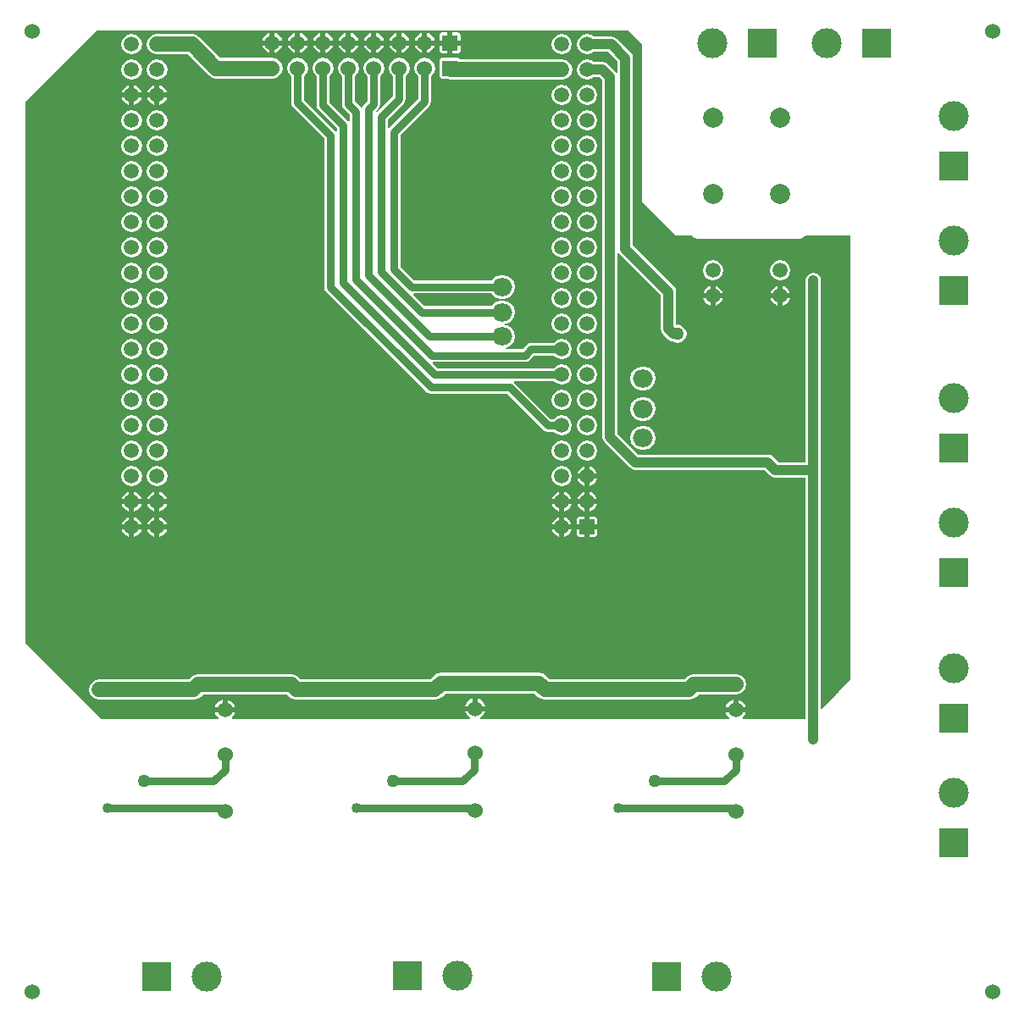
<source format=gbr>
G04 Layer_Physical_Order=2*
G04 Layer_Color=16711680*
%FSLAX26Y26*%
%MOIN*%
%TF.FileFunction,Copper,L2,Bot,Signal*%
%TF.Part,Single*%
G01*
G75*
%TA.AperFunction,Conductor*%
%ADD18C,0.060000*%
%ADD20C,0.030000*%
%ADD22C,0.040000*%
%TA.AperFunction,ComponentPad*%
%ADD27R,0.060000X0.060000*%
%ADD28C,0.060000*%
%ADD29C,0.078740*%
%ADD30C,0.059055*%
%ADD31R,0.118110X0.118110*%
%ADD32C,0.118110*%
%ADD33R,0.118110X0.118110*%
%TA.AperFunction,ViaPad*%
%ADD34O,0.078740X0.070866*%
%TA.AperFunction,WasherPad*%
%ADD35C,0.060000*%
%TA.AperFunction,ComponentPad*%
%ADD36R,0.059055X0.059055*%
%TA.AperFunction,ViaPad*%
%ADD37C,0.025000*%
%ADD38C,0.050000*%
%ADD39C,0.035000*%
%ADD40C,0.040000*%
G36*
X2400000Y3730000D02*
X2400000Y3109999D01*
X2533079Y2976920D01*
X2596450Y2976920D01*
X2599207Y2974164D01*
X2600558Y2973604D01*
X2601448Y2972444D01*
X2608185Y2968554D01*
X2609635Y2968363D01*
X2610796Y2967473D01*
X2618309Y2965460D01*
X2619759Y2965651D01*
X2621111Y2965091D01*
X3018889D01*
X3020241Y2965651D01*
X3021691Y2965460D01*
X3029204Y2967473D01*
X3030365Y2968363D01*
X3031815Y2968554D01*
X3038552Y2972444D01*
X3039442Y2973604D01*
X3040793Y2974164D01*
X3043551Y2976922D01*
X3220001Y2976922D01*
X3220000Y1230000D01*
X3110238Y1112669D01*
X3105588Y1114505D01*
Y2055000D01*
Y2800000D01*
X3103259Y2811705D01*
X3096629Y2821629D01*
X3086705Y2828259D01*
X3075000Y2830588D01*
X3063295Y2828259D01*
X3053371Y2821629D01*
X3046741Y2811705D01*
X3044412Y2800000D01*
Y2085588D01*
X2937670D01*
X2916629Y2106629D01*
X2906705Y2113259D01*
X2895000Y2115588D01*
X2387670D01*
X2305588Y2197670D01*
Y2906020D01*
X2310588Y2907537D01*
X2313371Y2903371D01*
X2474412Y2742330D01*
Y2610000D01*
X2476741Y2598295D01*
X2483371Y2588371D01*
X2503371Y2568372D01*
X2503371Y2568371D01*
X2513295Y2561741D01*
X2521838Y2560041D01*
X2526344Y2557031D01*
X2540000Y2554314D01*
X2553656Y2557031D01*
X2565234Y2564766D01*
X2572969Y2576344D01*
X2575686Y2590000D01*
X2572969Y2603656D01*
X2565234Y2615234D01*
X2553656Y2622969D01*
X2540000Y2625686D01*
X2539453Y2625577D01*
X2535588Y2628749D01*
Y2755000D01*
X2533259Y2766705D01*
X2526629Y2776629D01*
X2365588Y2937670D01*
Y3675000D01*
X2363259Y3686705D01*
X2356629Y3696629D01*
X2356628Y3696629D01*
X2301629Y3751629D01*
X2291705Y3758259D01*
X2280000Y3760588D01*
X2210370D01*
X2200423Y3767234D01*
X2185000Y3770302D01*
X2169577Y3767234D01*
X2156502Y3758498D01*
X2147766Y3745423D01*
X2144698Y3730000D01*
X2147766Y3714577D01*
X2156502Y3701502D01*
X2169577Y3692766D01*
X2185000Y3689698D01*
X2200423Y3692766D01*
X2210370Y3699412D01*
X2267330D01*
X2304412Y3662330D01*
Y3618980D01*
X2299412Y3617463D01*
X2296629Y3621629D01*
X2266629Y3651629D01*
X2256705Y3658259D01*
X2245000Y3660588D01*
X2210370D01*
X2200423Y3667234D01*
X2185000Y3670302D01*
X2169577Y3667234D01*
X2156502Y3658498D01*
X2147766Y3645423D01*
X2144698Y3630000D01*
X2147766Y3614577D01*
X2156502Y3601502D01*
X2169577Y3592766D01*
X2185000Y3589698D01*
X2200423Y3592766D01*
X2210370Y3599412D01*
X2232330D01*
X2244412Y3587330D01*
Y2185000D01*
X2246741Y2173295D01*
X2253371Y2163371D01*
X2353371Y2063372D01*
X2353371Y2063371D01*
X2363295Y2056741D01*
X2375000Y2054412D01*
X2375001Y2054412D01*
X2882330D01*
X2903371Y2033371D01*
X2913295Y2026741D01*
X2925000Y2024412D01*
X3044412D01*
Y1075000D01*
X2797345D01*
X2795894Y1079785D01*
X2798838Y1081752D01*
X2807679Y1094983D01*
X2808794Y1100591D01*
X2770000D01*
X2731206D01*
X2732321Y1094983D01*
X2741162Y1081752D01*
X2744106Y1079785D01*
X2742655Y1075000D01*
X1764620D01*
X1763103Y1080000D01*
X1773208Y1086752D01*
X1782049Y1099983D01*
X1783164Y1105591D01*
X1744370D01*
X1705576D01*
X1706691Y1099983D01*
X1715532Y1086752D01*
X1725637Y1080000D01*
X1724120Y1075000D01*
X787345D01*
X785894Y1079785D01*
X788838Y1081752D01*
X797679Y1094983D01*
X798794Y1100591D01*
X760000D01*
X721206D01*
X722321Y1094983D01*
X731162Y1081752D01*
X734106Y1079785D01*
X732655Y1075000D01*
X275000D01*
X-25000Y1375000D01*
X-25000Y3505000D01*
X255000Y3785000D01*
X2344999D01*
X2400000Y3730000D01*
D02*
G37*
%LPC*%
G36*
X2408937Y2341323D02*
X2401063D01*
X2383336Y2337797D01*
X2368307Y2327755D01*
X2358266Y2312727D01*
X2354740Y2295000D01*
X2358266Y2277273D01*
X2368307Y2262245D01*
X2383336Y2252203D01*
X2401063Y2248677D01*
X2408937D01*
X2426664Y2252203D01*
X2441693Y2262245D01*
X2451734Y2277273D01*
X2455260Y2295000D01*
X2451734Y2312727D01*
X2441693Y2327755D01*
X2426664Y2337797D01*
X2408937Y2341323D01*
D02*
G37*
G36*
X2185000Y2270302D02*
X2169577Y2267234D01*
X2156502Y2258498D01*
X2147766Y2245423D01*
X2144698Y2230000D01*
X2147766Y2214577D01*
X2156502Y2201502D01*
X2169577Y2192766D01*
X2185000Y2189698D01*
X2200423Y2192766D01*
X2213498Y2201502D01*
X2222234Y2214577D01*
X2225302Y2230000D01*
X2222234Y2245423D01*
X2213498Y2258498D01*
X2200423Y2267234D01*
X2185000Y2270302D01*
D02*
G37*
G36*
X392087D02*
X376664Y2267234D01*
X363589Y2258498D01*
X354853Y2245423D01*
X351785Y2230000D01*
X354853Y2214577D01*
X363589Y2201502D01*
X376664Y2192766D01*
X392087Y2189698D01*
X407510Y2192766D01*
X420584Y2201502D01*
X429321Y2214577D01*
X432389Y2230000D01*
X429321Y2245423D01*
X420584Y2258498D01*
X407510Y2267234D01*
X392087Y2270302D01*
D02*
G37*
G36*
X492087D02*
X476664Y2267234D01*
X463589Y2258498D01*
X454853Y2245423D01*
X451785Y2230000D01*
X454853Y2214577D01*
X463589Y2201502D01*
X476664Y2192766D01*
X492087Y2189698D01*
X507510Y2192766D01*
X520584Y2201502D01*
X529321Y2214577D01*
X532389Y2230000D01*
X529321Y2245423D01*
X520584Y2258498D01*
X507510Y2267234D01*
X492087Y2270302D01*
D02*
G37*
G36*
X2185000Y2370302D02*
X2169577Y2367234D01*
X2156502Y2358498D01*
X2147766Y2345423D01*
X2144698Y2330000D01*
X2147766Y2314577D01*
X2156502Y2301502D01*
X2169577Y2292766D01*
X2185000Y2289698D01*
X2200423Y2292766D01*
X2213498Y2301502D01*
X2222234Y2314577D01*
X2225302Y2330000D01*
X2222234Y2345423D01*
X2213498Y2358498D01*
X2200423Y2367234D01*
X2185000Y2370302D01*
D02*
G37*
G36*
X2408937Y2461323D02*
X2401063D01*
X2383336Y2457797D01*
X2368307Y2447755D01*
X2358266Y2432727D01*
X2354740Y2415000D01*
X2358266Y2397273D01*
X2368307Y2382245D01*
X2383336Y2372203D01*
X2401063Y2368677D01*
X2408937D01*
X2426664Y2372203D01*
X2441693Y2382245D01*
X2451734Y2397273D01*
X2455260Y2415000D01*
X2451734Y2432727D01*
X2441693Y2447755D01*
X2426664Y2457797D01*
X2408937Y2461323D01*
D02*
G37*
G36*
X2085000Y2370302D02*
X2069577Y2367234D01*
X2056502Y2358498D01*
X2047766Y2345423D01*
X2044698Y2330000D01*
X2047766Y2314577D01*
X2056502Y2301502D01*
X2069577Y2292766D01*
X2085000Y2289698D01*
X2100423Y2292766D01*
X2113498Y2301502D01*
X2122234Y2314577D01*
X2125302Y2330000D01*
X2122234Y2345423D01*
X2113498Y2358498D01*
X2100423Y2367234D01*
X2085000Y2370302D01*
D02*
G37*
G36*
X392087D02*
X376664Y2367234D01*
X363589Y2358498D01*
X354853Y2345423D01*
X351785Y2330000D01*
X354853Y2314577D01*
X363589Y2301502D01*
X376664Y2292766D01*
X392087Y2289698D01*
X407510Y2292766D01*
X420584Y2301502D01*
X429321Y2314577D01*
X432389Y2330000D01*
X429321Y2345423D01*
X420584Y2358498D01*
X407510Y2367234D01*
X392087Y2370302D01*
D02*
G37*
G36*
X492087D02*
X476664Y2367234D01*
X463589Y2358498D01*
X454853Y2345423D01*
X451785Y2330000D01*
X454853Y2314577D01*
X463589Y2301502D01*
X476664Y2292766D01*
X492087Y2289698D01*
X507510Y2292766D01*
X520584Y2301502D01*
X529321Y2314577D01*
X532389Y2330000D01*
X529321Y2345423D01*
X520584Y2358498D01*
X507510Y2367234D01*
X492087Y2370302D01*
D02*
G37*
G36*
X2175000Y2068313D02*
X2169577Y2067234D01*
X2156502Y2058498D01*
X2147766Y2045423D01*
X2146687Y2040000D01*
X2175000D01*
Y2068313D01*
D02*
G37*
G36*
X2195000Y2068313D02*
Y2040000D01*
X2223313D01*
X2222234Y2045423D01*
X2213498Y2058498D01*
X2200423Y2067234D01*
X2195000Y2068313D01*
D02*
G37*
G36*
X2175000Y2020000D02*
X2146687D01*
X2147766Y2014577D01*
X2156502Y2001502D01*
X2169577Y1992766D01*
X2175000Y1991687D01*
Y2020000D01*
D02*
G37*
G36*
X2085000Y2070302D02*
X2069577Y2067234D01*
X2056502Y2058498D01*
X2047766Y2045423D01*
X2044698Y2030000D01*
X2047766Y2014577D01*
X2056502Y2001502D01*
X2069577Y1992766D01*
X2085000Y1989698D01*
X2100423Y1992766D01*
X2113498Y2001502D01*
X2122234Y2014577D01*
X2125302Y2030000D01*
X2122234Y2045423D01*
X2113498Y2058498D01*
X2100423Y2067234D01*
X2085000Y2070302D01*
D02*
G37*
G36*
X2223313Y2020000D02*
X2195000D01*
Y1991687D01*
X2200423Y1992766D01*
X2213498Y2001502D01*
X2222234Y2014577D01*
X2223313Y2020000D01*
D02*
G37*
G36*
X2185000Y2170302D02*
X2169577Y2167234D01*
X2156502Y2158498D01*
X2147766Y2145423D01*
X2144698Y2130000D01*
X2147766Y2114577D01*
X2156502Y2101502D01*
X2169577Y2092766D01*
X2185000Y2089698D01*
X2200423Y2092766D01*
X2213498Y2101502D01*
X2222234Y2114577D01*
X2225302Y2130000D01*
X2222234Y2145423D01*
X2213498Y2158498D01*
X2200423Y2167234D01*
X2185000Y2170302D01*
D02*
G37*
G36*
X2408937Y2226323D02*
X2401063D01*
X2383336Y2222797D01*
X2368307Y2212755D01*
X2358266Y2197727D01*
X2354740Y2180000D01*
X2358266Y2162273D01*
X2368307Y2147245D01*
X2383336Y2137203D01*
X2401063Y2133677D01*
X2408937D01*
X2426664Y2137203D01*
X2441693Y2147245D01*
X2451734Y2162273D01*
X2455260Y2180000D01*
X2451734Y2197727D01*
X2441693Y2212755D01*
X2426664Y2222797D01*
X2408937Y2226323D01*
D02*
G37*
G36*
X2085000Y2170302D02*
X2069577Y2167234D01*
X2056502Y2158498D01*
X2047766Y2145423D01*
X2044698Y2130000D01*
X2047766Y2114577D01*
X2056502Y2101502D01*
X2069577Y2092766D01*
X2085000Y2089698D01*
X2100423Y2092766D01*
X2113498Y2101502D01*
X2122234Y2114577D01*
X2125302Y2130000D01*
X2122234Y2145423D01*
X2113498Y2158498D01*
X2100423Y2167234D01*
X2085000Y2170302D01*
D02*
G37*
G36*
X392087D02*
X376664Y2167234D01*
X363589Y2158498D01*
X354853Y2145423D01*
X351785Y2130000D01*
X354853Y2114577D01*
X363589Y2101502D01*
X376664Y2092766D01*
X392087Y2089698D01*
X407510Y2092766D01*
X420584Y2101502D01*
X429321Y2114577D01*
X432389Y2130000D01*
X429321Y2145423D01*
X420584Y2158498D01*
X407510Y2167234D01*
X392087Y2170302D01*
D02*
G37*
G36*
X492087D02*
X476664Y2167234D01*
X463589Y2158498D01*
X454853Y2145423D01*
X451785Y2130000D01*
X454853Y2114577D01*
X463589Y2101502D01*
X476664Y2092766D01*
X492087Y2089698D01*
X507510Y2092766D01*
X520584Y2101502D01*
X529321Y2114577D01*
X532389Y2130000D01*
X529321Y2145423D01*
X520584Y2158498D01*
X507510Y2167234D01*
X492087Y2170302D01*
D02*
G37*
G36*
X392087Y2470302D02*
X376664Y2467234D01*
X363589Y2458498D01*
X354853Y2445423D01*
X351785Y2430000D01*
X354853Y2414577D01*
X363589Y2401502D01*
X376664Y2392766D01*
X392087Y2389698D01*
X407510Y2392766D01*
X420584Y2401502D01*
X429321Y2414577D01*
X432389Y2430000D01*
X429321Y2445423D01*
X420584Y2458498D01*
X407510Y2467234D01*
X392087Y2470302D01*
D02*
G37*
G36*
X2185000Y2770302D02*
X2169577Y2767234D01*
X2156502Y2758498D01*
X2147766Y2745423D01*
X2144698Y2730000D01*
X2147766Y2714577D01*
X2156502Y2701502D01*
X2169577Y2692766D01*
X2185000Y2689698D01*
X2200423Y2692766D01*
X2213498Y2701502D01*
X2222234Y2714577D01*
X2225302Y2730000D01*
X2222234Y2745423D01*
X2213498Y2758498D01*
X2200423Y2767234D01*
X2185000Y2770302D01*
D02*
G37*
G36*
X2718313Y2730000D02*
X2690000D01*
Y2701687D01*
X2695423Y2702766D01*
X2708498Y2711502D01*
X2717234Y2724577D01*
X2718313Y2730000D01*
D02*
G37*
G36*
X492087Y2770302D02*
X476664Y2767234D01*
X463589Y2758498D01*
X454853Y2745423D01*
X451785Y2730000D01*
X454853Y2714577D01*
X463589Y2701502D01*
X476664Y2692766D01*
X492087Y2689698D01*
X507510Y2692766D01*
X520584Y2701502D01*
X529321Y2714577D01*
X532389Y2730000D01*
X529321Y2745423D01*
X520584Y2758498D01*
X507510Y2767234D01*
X492087Y2770302D01*
D02*
G37*
G36*
X2085000D02*
X2069577Y2767234D01*
X2056502Y2758498D01*
X2047766Y2745423D01*
X2044698Y2730000D01*
X2047766Y2714577D01*
X2056502Y2701502D01*
X2069577Y2692766D01*
X2085000Y2689698D01*
X2100423Y2692766D01*
X2113498Y2701502D01*
X2122234Y2714577D01*
X2125302Y2730000D01*
X2122234Y2745423D01*
X2113498Y2758498D01*
X2100423Y2767234D01*
X2085000Y2770302D01*
D02*
G37*
G36*
X2983313Y2730000D02*
X2955000D01*
Y2701687D01*
X2960423Y2702766D01*
X2973498Y2711502D01*
X2982234Y2724577D01*
X2983313Y2730000D01*
D02*
G37*
G36*
X2670000Y2778313D02*
X2664577Y2777234D01*
X2651502Y2768498D01*
X2642766Y2755423D01*
X2641687Y2750000D01*
X2670000D01*
Y2778313D01*
D02*
G37*
G36*
X2935000D02*
X2929577Y2777234D01*
X2916502Y2768498D01*
X2907766Y2755423D01*
X2906687Y2750000D01*
X2935000D01*
Y2778313D01*
D02*
G37*
G36*
X2670000Y2730000D02*
X2641687D01*
X2642766Y2724577D01*
X2651502Y2711502D01*
X2664577Y2702766D01*
X2670000Y2701687D01*
Y2730000D01*
D02*
G37*
G36*
X2935000D02*
X2906687D01*
X2907766Y2724577D01*
X2916502Y2711502D01*
X2929577Y2702766D01*
X2935000Y2701687D01*
Y2730000D01*
D02*
G37*
G36*
X392087Y2770302D02*
X376664Y2767234D01*
X363589Y2758498D01*
X354853Y2745423D01*
X351785Y2730000D01*
X354853Y2714577D01*
X363589Y2701502D01*
X376664Y2692766D01*
X392087Y2689698D01*
X407510Y2692766D01*
X420584Y2701502D01*
X429321Y2714577D01*
X432389Y2730000D01*
X429321Y2745423D01*
X420584Y2758498D01*
X407510Y2767234D01*
X392087Y2770302D01*
D02*
G37*
G36*
Y2570302D02*
X376664Y2567234D01*
X363589Y2558498D01*
X354853Y2545423D01*
X351785Y2530000D01*
X354853Y2514577D01*
X363589Y2501502D01*
X376664Y2492766D01*
X392087Y2489698D01*
X407510Y2492766D01*
X420584Y2501502D01*
X429321Y2514577D01*
X432389Y2530000D01*
X429321Y2545423D01*
X420584Y2558498D01*
X407510Y2567234D01*
X392087Y2570302D01*
D02*
G37*
G36*
X492087D02*
X476664Y2567234D01*
X463589Y2558498D01*
X454853Y2545423D01*
X451785Y2530000D01*
X454853Y2514577D01*
X463589Y2501502D01*
X476664Y2492766D01*
X492087Y2489698D01*
X507510Y2492766D01*
X520584Y2501502D01*
X529321Y2514577D01*
X532389Y2530000D01*
X529321Y2545423D01*
X520584Y2558498D01*
X507510Y2567234D01*
X492087Y2570302D01*
D02*
G37*
G36*
Y2470302D02*
X476664Y2467234D01*
X463589Y2458498D01*
X454853Y2445423D01*
X451785Y2430000D01*
X454853Y2414577D01*
X463589Y2401502D01*
X476664Y2392766D01*
X492087Y2389698D01*
X507510Y2392766D01*
X520584Y2401502D01*
X529321Y2414577D01*
X532389Y2430000D01*
X529321Y2445423D01*
X520584Y2458498D01*
X507510Y2467234D01*
X492087Y2470302D01*
D02*
G37*
G36*
X2185000D02*
X2169577Y2467234D01*
X2156502Y2458498D01*
X2147766Y2445423D01*
X2144698Y2430000D01*
X2147766Y2414577D01*
X2156502Y2401502D01*
X2169577Y2392766D01*
X2185000Y2389698D01*
X2200423Y2392766D01*
X2213498Y2401502D01*
X2222234Y2414577D01*
X2225302Y2430000D01*
X2222234Y2445423D01*
X2213498Y2458498D01*
X2200423Y2467234D01*
X2185000Y2470302D01*
D02*
G37*
G36*
Y2570302D02*
X2169577Y2567234D01*
X2156502Y2558498D01*
X2147766Y2545423D01*
X2144698Y2530000D01*
X2147766Y2514577D01*
X2156502Y2501502D01*
X2169577Y2492766D01*
X2185000Y2489698D01*
X2200423Y2492766D01*
X2213498Y2501502D01*
X2222234Y2514577D01*
X2225302Y2530000D01*
X2222234Y2545423D01*
X2213498Y2558498D01*
X2200423Y2567234D01*
X2185000Y2570302D01*
D02*
G37*
G36*
X2085000Y2670302D02*
X2069577Y2667234D01*
X2056502Y2658498D01*
X2047766Y2645423D01*
X2044698Y2630000D01*
X2047766Y2614577D01*
X2056502Y2601502D01*
X2069577Y2592766D01*
X2085000Y2589698D01*
X2100423Y2592766D01*
X2113498Y2601502D01*
X2122234Y2614577D01*
X2125302Y2630000D01*
X2122234Y2645423D01*
X2113498Y2658498D01*
X2100423Y2667234D01*
X2085000Y2670302D01*
D02*
G37*
G36*
X2185000D02*
X2169577Y2667234D01*
X2156502Y2658498D01*
X2147766Y2645423D01*
X2144698Y2630000D01*
X2147766Y2614577D01*
X2156502Y2601502D01*
X2169577Y2592766D01*
X2185000Y2589698D01*
X2200423Y2592766D01*
X2213498Y2601502D01*
X2222234Y2614577D01*
X2225302Y2630000D01*
X2222234Y2645423D01*
X2213498Y2658498D01*
X2200423Y2667234D01*
X2185000Y2670302D01*
D02*
G37*
G36*
X392087D02*
X376664Y2667234D01*
X363589Y2658498D01*
X354853Y2645423D01*
X351785Y2630000D01*
X354853Y2614577D01*
X363589Y2601502D01*
X376664Y2592766D01*
X392087Y2589698D01*
X407510Y2592766D01*
X420584Y2601502D01*
X429321Y2614577D01*
X432389Y2630000D01*
X429321Y2645423D01*
X420584Y2658498D01*
X407510Y2667234D01*
X392087Y2670302D01*
D02*
G37*
G36*
X492087D02*
X476664Y2667234D01*
X463589Y2658498D01*
X454853Y2645423D01*
X451785Y2630000D01*
X454853Y2614577D01*
X463589Y2601502D01*
X476664Y2592766D01*
X492087Y2589698D01*
X507510Y2592766D01*
X520584Y2601502D01*
X529321Y2614577D01*
X532389Y2630000D01*
X529321Y2645423D01*
X520584Y2658498D01*
X507510Y2667234D01*
X492087Y2670302D01*
D02*
G37*
G36*
Y2070302D02*
X476664Y2067234D01*
X463589Y2058498D01*
X454853Y2045423D01*
X451785Y2030000D01*
X454853Y2014577D01*
X463589Y2001502D01*
X476664Y1992766D01*
X492087Y1989698D01*
X507510Y1992766D01*
X520584Y2001502D01*
X529321Y2014577D01*
X532389Y2030000D01*
X529321Y2045423D01*
X520584Y2058498D01*
X507510Y2067234D01*
X492087Y2070302D01*
D02*
G37*
G36*
X430399Y1820000D02*
X402087D01*
Y1791687D01*
X407510Y1792766D01*
X420584Y1801502D01*
X429321Y1814577D01*
X430399Y1820000D01*
D02*
G37*
G36*
X530399D02*
X502087D01*
Y1791687D01*
X507510Y1792766D01*
X520584Y1801502D01*
X529321Y1814577D01*
X530399Y1820000D01*
D02*
G37*
G36*
X2075000D02*
X2046687D01*
X2047766Y1814577D01*
X2056502Y1801502D01*
X2069577Y1792766D01*
X2075000Y1791687D01*
Y1820000D01*
D02*
G37*
G36*
X482087D02*
X453774D01*
X454853Y1814577D01*
X463589Y1801502D01*
X476664Y1792766D01*
X482087Y1791687D01*
Y1820000D01*
D02*
G37*
G36*
X2123313D02*
X2095000D01*
Y1791687D01*
X2100423Y1792766D01*
X2113498Y1801502D01*
X2122234Y1814577D01*
X2123313Y1820000D01*
D02*
G37*
G36*
X2075000Y1868313D02*
X2069577Y1867234D01*
X2056502Y1858498D01*
X2047766Y1845423D01*
X2046687Y1840000D01*
X2075000D01*
Y1868313D01*
D02*
G37*
G36*
X2095000Y1868313D02*
Y1840000D01*
X2123313D01*
X2122234Y1845423D01*
X2113498Y1858498D01*
X2100423Y1867234D01*
X2095000Y1868313D01*
D02*
G37*
G36*
X482087D02*
X476664Y1867234D01*
X463589Y1858498D01*
X454853Y1845423D01*
X453774Y1840000D01*
X482087D01*
Y1868313D01*
D02*
G37*
G36*
X2175000Y1870351D02*
X2155472D01*
X2147819Y1867181D01*
X2144649Y1859527D01*
Y1840000D01*
X2175000D01*
Y1870351D01*
D02*
G37*
G36*
X382087Y1868313D02*
X376664Y1867234D01*
X363589Y1858498D01*
X354853Y1845423D01*
X353774Y1840000D01*
X382087D01*
Y1868313D01*
D02*
G37*
G36*
X2780000Y1149385D02*
Y1120591D01*
X2808794D01*
X2807679Y1126198D01*
X2798838Y1139429D01*
X2785607Y1148270D01*
X2780000Y1149385D01*
D02*
G37*
G36*
X1734370Y1154385D02*
X1728763Y1153270D01*
X1715532Y1144429D01*
X1706691Y1131198D01*
X1705575Y1125591D01*
X1734370D01*
Y1154385D01*
D02*
G37*
G36*
X770000Y1149385D02*
Y1120591D01*
X798794D01*
X797679Y1126198D01*
X788838Y1139429D01*
X775607Y1148270D01*
X770000Y1149385D01*
D02*
G37*
G36*
X750000Y1149385D02*
X744393Y1148270D01*
X731162Y1139429D01*
X722321Y1126198D01*
X721206Y1120591D01*
X750000D01*
Y1149385D01*
D02*
G37*
G36*
X2760000D02*
X2754393Y1148270D01*
X2741162Y1139429D01*
X2732321Y1126198D01*
X2731206Y1120591D01*
X2760000D01*
Y1149385D01*
D02*
G37*
G36*
X2225351Y1820000D02*
X2195000D01*
Y1789649D01*
X2214528D01*
X2222181Y1792819D01*
X2225351Y1800473D01*
Y1820000D01*
D02*
G37*
G36*
X382087D02*
X353774D01*
X354853Y1814577D01*
X363589Y1801502D01*
X376664Y1792766D01*
X382087Y1791687D01*
Y1820000D01*
D02*
G37*
G36*
X2175000D02*
X2144649D01*
Y1800473D01*
X2147819Y1792819D01*
X2155472Y1789649D01*
X2175000D01*
Y1820000D01*
D02*
G37*
G36*
X1754370Y1154385D02*
Y1125591D01*
X1783165D01*
X1782049Y1131198D01*
X1773208Y1144429D01*
X1759977Y1153270D01*
X1754370Y1154385D01*
D02*
G37*
G36*
X1994409Y1256374D02*
X1994409Y1256374D01*
X1744370D01*
X1741401Y1255784D01*
X1610000D01*
X1594393Y1252679D01*
X1581162Y1243838D01*
X1581161Y1243838D01*
X1568107Y1230784D01*
X1056893D01*
X1048248Y1239429D01*
X1035017Y1248270D01*
X1019409Y1251374D01*
X1019409Y1251374D01*
X655591D01*
X655591Y1251374D01*
X639983Y1248270D01*
X626752Y1239429D01*
X618107Y1230784D01*
X265000D01*
X249393Y1227679D01*
X236162Y1218838D01*
X227321Y1205607D01*
X224216Y1190000D01*
X227321Y1174393D01*
X236162Y1161162D01*
X249393Y1152321D01*
X265000Y1149216D01*
X635000D01*
X635000Y1149216D01*
X650607Y1152321D01*
X663838Y1161162D01*
X672484Y1169807D01*
X1002516D01*
X1011162Y1161162D01*
X1024393Y1152321D01*
X1040000Y1149216D01*
X1040001Y1149216D01*
X1584999D01*
X1585000Y1149216D01*
X1600607Y1152321D01*
X1613838Y1161162D01*
X1626893Y1174216D01*
X1743779D01*
X1743779Y1174216D01*
X1746749Y1174807D01*
X1977516D01*
X1991161Y1161162D01*
X1991162Y1161162D01*
X2004393Y1152321D01*
X2020000Y1149216D01*
X2020001Y1149216D01*
X2584999D01*
X2585000Y1149216D01*
X2600607Y1152321D01*
X2613838Y1161162D01*
X2622484Y1169807D01*
X2770000D01*
X2785607Y1172911D01*
X2798838Y1181752D01*
X2807679Y1194983D01*
X2810784Y1210591D01*
X2807679Y1226198D01*
X2798838Y1239429D01*
X2785607Y1248270D01*
X2770000Y1251374D01*
X2605591D01*
X2605591Y1251374D01*
X2589983Y1248270D01*
X2576752Y1239429D01*
X2568107Y1230784D01*
X2036893D01*
X2023248Y1244429D01*
X2010017Y1253270D01*
X1994409Y1256374D01*
D02*
G37*
G36*
X2075000Y1968313D02*
X2069577Y1967234D01*
X2056502Y1958498D01*
X2047766Y1945423D01*
X2046687Y1940000D01*
X2075000D01*
Y1968313D01*
D02*
G37*
G36*
X2175000D02*
X2169577Y1967234D01*
X2156502Y1958498D01*
X2147766Y1945423D01*
X2146687Y1940000D01*
X2175000D01*
Y1968313D01*
D02*
G37*
G36*
X482087Y1968313D02*
X476664Y1967234D01*
X463589Y1958498D01*
X454853Y1945423D01*
X453774Y1940000D01*
X482087D01*
Y1968313D01*
D02*
G37*
G36*
X530399Y1920000D02*
X502087D01*
Y1891687D01*
X507510Y1892766D01*
X520584Y1901502D01*
X529321Y1914577D01*
X530399Y1920000D01*
D02*
G37*
G36*
X382087Y1968313D02*
X376664Y1967234D01*
X363589Y1958498D01*
X354853Y1945423D01*
X353774Y1940000D01*
X382087D01*
Y1968313D01*
D02*
G37*
G36*
X502087Y1968313D02*
Y1940000D01*
X530399D01*
X529321Y1945423D01*
X520584Y1958498D01*
X507510Y1967234D01*
X502087Y1968313D01*
D02*
G37*
G36*
X392087Y2070302D02*
X376664Y2067234D01*
X363589Y2058498D01*
X354853Y2045423D01*
X351785Y2030000D01*
X354853Y2014577D01*
X363589Y2001502D01*
X376664Y1992766D01*
X392087Y1989698D01*
X407510Y1992766D01*
X420584Y2001502D01*
X429321Y2014577D01*
X432389Y2030000D01*
X429321Y2045423D01*
X420584Y2058498D01*
X407510Y2067234D01*
X392087Y2070302D01*
D02*
G37*
G36*
X402087Y1968313D02*
Y1940000D01*
X430399D01*
X429321Y1945423D01*
X420584Y1958498D01*
X407510Y1967234D01*
X402087Y1968313D01*
D02*
G37*
G36*
X2095000Y1968313D02*
Y1940000D01*
X2123313D01*
X2122234Y1945423D01*
X2113498Y1958498D01*
X2100423Y1967234D01*
X2095000Y1968313D01*
D02*
G37*
G36*
X2195000D02*
Y1940000D01*
X2223313D01*
X2222234Y1945423D01*
X2213498Y1958498D01*
X2200423Y1967234D01*
X2195000Y1968313D01*
D02*
G37*
G36*
X382087Y1920000D02*
X353774D01*
X354853Y1914577D01*
X363589Y1901502D01*
X376664Y1892766D01*
X382087Y1891687D01*
Y1920000D01*
D02*
G37*
G36*
X482087D02*
X453774D01*
X454853Y1914577D01*
X463589Y1901502D01*
X476664Y1892766D01*
X482087Y1891687D01*
Y1920000D01*
D02*
G37*
G36*
X502087Y1868313D02*
Y1840000D01*
X530399D01*
X529321Y1845423D01*
X520584Y1858498D01*
X507510Y1867234D01*
X502087Y1868313D01*
D02*
G37*
G36*
X2214528Y1870351D02*
X2195000D01*
Y1840000D01*
X2225351D01*
Y1859527D01*
X2222181Y1867181D01*
X2214528Y1870351D01*
D02*
G37*
G36*
X402087Y1868313D02*
Y1840000D01*
X430399D01*
X429321Y1845423D01*
X420584Y1858498D01*
X407510Y1867234D01*
X402087Y1868313D01*
D02*
G37*
G36*
X2175000Y1920000D02*
X2146687D01*
X2147766Y1914577D01*
X2156502Y1901502D01*
X2169577Y1892766D01*
X2175000Y1891687D01*
Y1920000D01*
D02*
G37*
G36*
X430399D02*
X402087D01*
Y1891687D01*
X407510Y1892766D01*
X420584Y1901502D01*
X429321Y1914577D01*
X430399Y1920000D01*
D02*
G37*
G36*
X2075000D02*
X2046687D01*
X2047766Y1914577D01*
X2056502Y1901502D01*
X2069577Y1892766D01*
X2075000Y1891687D01*
Y1920000D01*
D02*
G37*
G36*
X2123313D02*
X2095000D01*
Y1891687D01*
X2100423Y1892766D01*
X2113498Y1901502D01*
X2122234Y1914577D01*
X2123313Y1920000D01*
D02*
G37*
G36*
X2223313D02*
X2195000D01*
Y1891687D01*
X2200423Y1892766D01*
X2213498Y1901502D01*
X2222234Y1914577D01*
X2223313Y1920000D01*
D02*
G37*
G36*
X1283794Y3725000D02*
X1255000D01*
Y3696206D01*
X1260607Y3697321D01*
X1273838Y3706162D01*
X1282679Y3719393D01*
X1283794Y3725000D01*
D02*
G37*
G36*
X1383794D02*
X1355000D01*
Y3696206D01*
X1360607Y3697321D01*
X1373838Y3706162D01*
X1382679Y3719393D01*
X1383794Y3725000D01*
D02*
G37*
G36*
X1183794D02*
X1155000D01*
Y3696206D01*
X1160607Y3697321D01*
X1173838Y3706162D01*
X1182679Y3719393D01*
X1183794Y3725000D01*
D02*
G37*
G36*
X983794D02*
X955000D01*
Y3696206D01*
X960607Y3697321D01*
X973838Y3706162D01*
X982679Y3719393D01*
X983794Y3725000D01*
D02*
G37*
G36*
X1083794D02*
X1055000D01*
Y3696206D01*
X1060607Y3697321D01*
X1073838Y3706162D01*
X1082679Y3719393D01*
X1083794Y3725000D01*
D02*
G37*
G36*
X1035000D02*
X1006206D01*
X1007321Y3719393D01*
X1016162Y3706162D01*
X1029393Y3697321D01*
X1035000Y3696206D01*
Y3725000D01*
D02*
G37*
G36*
X1135000D02*
X1106206D01*
X1107321Y3719393D01*
X1116162Y3706162D01*
X1129393Y3697321D01*
X1135000Y3696206D01*
Y3725000D01*
D02*
G37*
G36*
X935000D02*
X906206D01*
X907321Y3719393D01*
X916162Y3706162D01*
X929393Y3697321D01*
X935000Y3696206D01*
Y3725000D01*
D02*
G37*
G36*
X1483794D02*
X1455000D01*
Y3696206D01*
X1460607Y3697321D01*
X1473838Y3706162D01*
X1482679Y3719393D01*
X1483794Y3725000D01*
D02*
G37*
G36*
X1583794D02*
X1555000D01*
Y3696206D01*
X1560607Y3697321D01*
X1573838Y3706162D01*
X1582679Y3719393D01*
X1583794Y3725000D01*
D02*
G37*
G36*
X392087Y3670302D02*
X376664Y3667234D01*
X363589Y3658498D01*
X354853Y3645423D01*
X351785Y3630000D01*
X354853Y3614577D01*
X363589Y3601502D01*
X376664Y3592766D01*
X392087Y3589698D01*
X407510Y3592766D01*
X420584Y3601502D01*
X429321Y3614577D01*
X432389Y3630000D01*
X429321Y3645423D01*
X420584Y3658498D01*
X407510Y3667234D01*
X392087Y3670302D01*
D02*
G37*
G36*
X492087D02*
X476664Y3667234D01*
X463589Y3658498D01*
X454853Y3645423D01*
X451785Y3630000D01*
X454853Y3614577D01*
X463589Y3601502D01*
X476664Y3592766D01*
X492087Y3589698D01*
X507510Y3592766D01*
X520584Y3601502D01*
X529321Y3614577D01*
X532389Y3630000D01*
X529321Y3645423D01*
X520584Y3658498D01*
X507510Y3667234D01*
X492087Y3670302D01*
D02*
G37*
G36*
X1675000Y3675824D02*
X1615000D01*
X1607346Y3672654D01*
X1604176Y3665000D01*
Y3605000D01*
X1607346Y3597346D01*
X1615000Y3594176D01*
X1631616D01*
X1634393Y3592321D01*
X1650000Y3589216D01*
X1650001Y3589216D01*
X2085000D01*
X2100607Y3592321D01*
X2113838Y3601162D01*
X2122679Y3614393D01*
X2125784Y3630000D01*
X2122679Y3645607D01*
X2113838Y3658838D01*
X2100607Y3667679D01*
X2085000Y3670784D01*
X1683428D01*
X1682654Y3672654D01*
X1675000Y3675824D01*
D02*
G37*
G36*
X402087Y3568313D02*
Y3540000D01*
X430399D01*
X429321Y3545423D01*
X420584Y3558498D01*
X407510Y3567234D01*
X402087Y3568313D01*
D02*
G37*
G36*
X502087D02*
Y3540000D01*
X530399D01*
X529321Y3545423D01*
X520584Y3558498D01*
X507510Y3567234D01*
X502087Y3568313D01*
D02*
G37*
G36*
X1635000Y3725000D02*
X1604176D01*
Y3705000D01*
X1607346Y3697346D01*
X1615000Y3694176D01*
X1635000D01*
Y3725000D01*
D02*
G37*
G36*
X1685824D02*
X1655000D01*
Y3694176D01*
X1675000D01*
X1682654Y3697346D01*
X1685824Y3705000D01*
Y3725000D01*
D02*
G37*
G36*
X2085000Y3770302D02*
X2069577Y3767234D01*
X2056502Y3758498D01*
X2047766Y3745423D01*
X2044698Y3730000D01*
X2047766Y3714577D01*
X2056502Y3701502D01*
X2069577Y3692766D01*
X2085000Y3689698D01*
X2100423Y3692766D01*
X2113498Y3701502D01*
X2122234Y3714577D01*
X2125302Y3730000D01*
X2122234Y3745423D01*
X2113498Y3758498D01*
X2100423Y3767234D01*
X2085000Y3770302D01*
D02*
G37*
G36*
X630000Y3770784D02*
X630000Y3770784D01*
X492087D01*
X476479Y3767679D01*
X463248Y3758838D01*
X454408Y3745607D01*
X451303Y3730000D01*
X454408Y3714393D01*
X463248Y3701162D01*
X476479Y3692321D01*
X492087Y3689216D01*
X613107D01*
X696162Y3606162D01*
X709393Y3597321D01*
X725000Y3594216D01*
X725000Y3594216D01*
X945000D01*
X960607Y3597321D01*
X973838Y3606162D01*
X982679Y3619393D01*
X985784Y3635000D01*
X982679Y3650607D01*
X973838Y3663838D01*
X960607Y3672679D01*
X945000Y3675784D01*
X741893D01*
X658838Y3758838D01*
X645607Y3767679D01*
X630000Y3770784D01*
D02*
G37*
G36*
X392087Y3770302D02*
X376664Y3767234D01*
X363589Y3758498D01*
X354853Y3745423D01*
X351785Y3730000D01*
X354853Y3714577D01*
X363589Y3701502D01*
X376664Y3692766D01*
X392087Y3689698D01*
X407510Y3692766D01*
X420584Y3701502D01*
X429321Y3714577D01*
X432389Y3730000D01*
X429321Y3745423D01*
X420584Y3758498D01*
X407510Y3767234D01*
X392087Y3770302D01*
D02*
G37*
G36*
X1355000Y3773794D02*
Y3745000D01*
X1383794D01*
X1382679Y3750607D01*
X1373838Y3763838D01*
X1360607Y3772679D01*
X1355000Y3773794D01*
D02*
G37*
G36*
X955000D02*
Y3745000D01*
X983794D01*
X982679Y3750607D01*
X973838Y3763838D01*
X960607Y3772679D01*
X955000Y3773794D01*
D02*
G37*
G36*
X1255000D02*
Y3745000D01*
X1283794D01*
X1282679Y3750607D01*
X1273838Y3763838D01*
X1260607Y3772679D01*
X1255000Y3773794D01*
D02*
G37*
G36*
X1035000Y3773794D02*
X1029393Y3772679D01*
X1016162Y3763838D01*
X1007321Y3750607D01*
X1006206Y3745000D01*
X1035000D01*
Y3773794D01*
D02*
G37*
G36*
X1535000D02*
X1529393Y3772679D01*
X1516162Y3763838D01*
X1507321Y3750607D01*
X1506206Y3745000D01*
X1535000D01*
Y3773794D01*
D02*
G37*
G36*
X1055000Y3773794D02*
Y3745000D01*
X1083794D01*
X1082679Y3750607D01*
X1073838Y3763838D01*
X1060607Y3772679D01*
X1055000Y3773794D01*
D02*
G37*
G36*
X1555000D02*
Y3745000D01*
X1583794D01*
X1582679Y3750607D01*
X1573838Y3763838D01*
X1560607Y3772679D01*
X1555000Y3773794D01*
D02*
G37*
G36*
X1675000Y3775824D02*
X1655000D01*
Y3745000D01*
X1685824D01*
Y3765000D01*
X1682654Y3772654D01*
X1675000Y3775824D01*
D02*
G37*
G36*
X1155000Y3773794D02*
Y3745000D01*
X1183794D01*
X1182679Y3750607D01*
X1173838Y3763838D01*
X1160607Y3772679D01*
X1155000Y3773794D01*
D02*
G37*
G36*
X1455000D02*
Y3745000D01*
X1483794D01*
X1482679Y3750607D01*
X1473838Y3763838D01*
X1460607Y3772679D01*
X1455000Y3773794D01*
D02*
G37*
G36*
X1535000Y3725000D02*
X1506206D01*
X1507321Y3719393D01*
X1516162Y3706162D01*
X1529393Y3697321D01*
X1535000Y3696206D01*
Y3725000D01*
D02*
G37*
G36*
X1635000Y3775824D02*
X1615000D01*
X1607346Y3772654D01*
X1604176Y3765000D01*
Y3745000D01*
X1635000D01*
Y3775824D01*
D02*
G37*
G36*
X1435000Y3725000D02*
X1406206D01*
X1407321Y3719393D01*
X1416162Y3706162D01*
X1429393Y3697321D01*
X1435000Y3696206D01*
Y3725000D01*
D02*
G37*
G36*
X1235000D02*
X1206206D01*
X1207321Y3719393D01*
X1216162Y3706162D01*
X1229393Y3697321D01*
X1235000Y3696206D01*
Y3725000D01*
D02*
G37*
G36*
X1335000D02*
X1306206D01*
X1307321Y3719393D01*
X1316162Y3706162D01*
X1329393Y3697321D01*
X1335000Y3696206D01*
Y3725000D01*
D02*
G37*
G36*
X935000Y3773794D02*
X929393Y3772679D01*
X916162Y3763838D01*
X907321Y3750607D01*
X906206Y3745000D01*
X935000D01*
Y3773794D01*
D02*
G37*
G36*
X1435000D02*
X1429393Y3772679D01*
X1416162Y3763838D01*
X1407321Y3750607D01*
X1406206Y3745000D01*
X1435000D01*
Y3773794D01*
D02*
G37*
G36*
X1335000D02*
X1329393Y3772679D01*
X1316162Y3763838D01*
X1307321Y3750607D01*
X1306206Y3745000D01*
X1335000D01*
Y3773794D01*
D02*
G37*
G36*
X1235000D02*
X1229393Y3772679D01*
X1216162Y3763838D01*
X1207321Y3750607D01*
X1206206Y3745000D01*
X1235000D01*
Y3773794D01*
D02*
G37*
G36*
X1135000D02*
X1129393Y3772679D01*
X1116162Y3763838D01*
X1107321Y3750607D01*
X1106206Y3745000D01*
X1135000D01*
Y3773794D01*
D02*
G37*
G36*
X482087Y3568313D02*
X476664Y3567234D01*
X463589Y3558498D01*
X454853Y3545423D01*
X453774Y3540000D01*
X482087D01*
Y3568313D01*
D02*
G37*
G36*
X492087Y3070302D02*
X476664Y3067234D01*
X463589Y3058498D01*
X454853Y3045423D01*
X451785Y3030000D01*
X454853Y3014577D01*
X463589Y3001502D01*
X476664Y2992766D01*
X492087Y2989698D01*
X507510Y2992766D01*
X520584Y3001502D01*
X529321Y3014577D01*
X532389Y3030000D01*
X529321Y3045423D01*
X520584Y3058498D01*
X507510Y3067234D01*
X492087Y3070302D01*
D02*
G37*
G36*
X2085000D02*
X2069577Y3067234D01*
X2056502Y3058498D01*
X2047766Y3045423D01*
X2044698Y3030000D01*
X2047766Y3014577D01*
X2056502Y3001502D01*
X2069577Y2992766D01*
X2085000Y2989698D01*
X2100423Y2992766D01*
X2113498Y3001502D01*
X2122234Y3014577D01*
X2125302Y3030000D01*
X2122234Y3045423D01*
X2113498Y3058498D01*
X2100423Y3067234D01*
X2085000Y3070302D01*
D02*
G37*
G36*
X392087D02*
X376664Y3067234D01*
X363589Y3058498D01*
X354853Y3045423D01*
X351785Y3030000D01*
X354853Y3014577D01*
X363589Y3001502D01*
X376664Y2992766D01*
X392087Y2989698D01*
X407510Y2992766D01*
X420584Y3001502D01*
X429321Y3014577D01*
X432389Y3030000D01*
X429321Y3045423D01*
X420584Y3058498D01*
X407510Y3067234D01*
X392087Y3070302D01*
D02*
G37*
G36*
X2085000Y2970302D02*
X2069577Y2967234D01*
X2056502Y2958498D01*
X2047766Y2945423D01*
X2044698Y2930000D01*
X2047766Y2914577D01*
X2056502Y2901502D01*
X2069577Y2892766D01*
X2085000Y2889698D01*
X2100423Y2892766D01*
X2113498Y2901502D01*
X2122234Y2914577D01*
X2125302Y2930000D01*
X2122234Y2945423D01*
X2113498Y2958498D01*
X2100423Y2967234D01*
X2085000Y2970302D01*
D02*
G37*
G36*
X2185000D02*
X2169577Y2967234D01*
X2156502Y2958498D01*
X2147766Y2945423D01*
X2144698Y2930000D01*
X2147766Y2914577D01*
X2156502Y2901502D01*
X2169577Y2892766D01*
X2185000Y2889698D01*
X2200423Y2892766D01*
X2213498Y2901502D01*
X2222234Y2914577D01*
X2225302Y2930000D01*
X2222234Y2945423D01*
X2213498Y2958498D01*
X2200423Y2967234D01*
X2185000Y2970302D01*
D02*
G37*
G36*
X2085000Y3170302D02*
X2069577Y3167234D01*
X2056502Y3158498D01*
X2047766Y3145423D01*
X2044698Y3130000D01*
X2047766Y3114577D01*
X2056502Y3101502D01*
X2069577Y3092766D01*
X2085000Y3089698D01*
X2100423Y3092766D01*
X2113498Y3101502D01*
X2122234Y3114577D01*
X2125302Y3130000D01*
X2122234Y3145423D01*
X2113498Y3158498D01*
X2100423Y3167234D01*
X2085000Y3170302D01*
D02*
G37*
G36*
X2185000D02*
X2169577Y3167234D01*
X2156502Y3158498D01*
X2147766Y3145423D01*
X2144698Y3130000D01*
X2147766Y3114577D01*
X2156502Y3101502D01*
X2169577Y3092766D01*
X2185000Y3089698D01*
X2200423Y3092766D01*
X2213498Y3101502D01*
X2222234Y3114577D01*
X2225302Y3130000D01*
X2222234Y3145423D01*
X2213498Y3158498D01*
X2200423Y3167234D01*
X2185000Y3170302D01*
D02*
G37*
G36*
X492087D02*
X476664Y3167234D01*
X463589Y3158498D01*
X454853Y3145423D01*
X451785Y3130000D01*
X454853Y3114577D01*
X463589Y3101502D01*
X476664Y3092766D01*
X492087Y3089698D01*
X507510Y3092766D01*
X520584Y3101502D01*
X529321Y3114577D01*
X532389Y3130000D01*
X529321Y3145423D01*
X520584Y3158498D01*
X507510Y3167234D01*
X492087Y3170302D01*
D02*
G37*
G36*
X2185000Y3070302D02*
X2169577Y3067234D01*
X2156502Y3058498D01*
X2147766Y3045423D01*
X2144698Y3030000D01*
X2147766Y3014577D01*
X2156502Y3001502D01*
X2169577Y2992766D01*
X2185000Y2989698D01*
X2200423Y2992766D01*
X2213498Y3001502D01*
X2222234Y3014577D01*
X2225302Y3030000D01*
X2222234Y3045423D01*
X2213498Y3058498D01*
X2200423Y3067234D01*
X2185000Y3070302D01*
D02*
G37*
G36*
X392087Y3170302D02*
X376664Y3167234D01*
X363589Y3158498D01*
X354853Y3145423D01*
X351785Y3130000D01*
X354853Y3114577D01*
X363589Y3101502D01*
X376664Y3092766D01*
X392087Y3089698D01*
X407510Y3092766D01*
X420584Y3101502D01*
X429321Y3114577D01*
X432389Y3130000D01*
X429321Y3145423D01*
X420584Y3158498D01*
X407510Y3167234D01*
X392087Y3170302D01*
D02*
G37*
G36*
X492087Y2870302D02*
X476664Y2867234D01*
X463589Y2858498D01*
X454853Y2845423D01*
X451785Y2830000D01*
X454853Y2814577D01*
X463589Y2801502D01*
X476664Y2792766D01*
X492087Y2789698D01*
X507510Y2792766D01*
X520584Y2801502D01*
X529321Y2814577D01*
X532389Y2830000D01*
X529321Y2845423D01*
X520584Y2858498D01*
X507510Y2867234D01*
X492087Y2870302D01*
D02*
G37*
G36*
X2085000D02*
X2069577Y2867234D01*
X2056502Y2858498D01*
X2047766Y2845423D01*
X2044698Y2830000D01*
X2047766Y2814577D01*
X2056502Y2801502D01*
X2069577Y2792766D01*
X2085000Y2789698D01*
X2100423Y2792766D01*
X2113498Y2801502D01*
X2122234Y2814577D01*
X2125302Y2830000D01*
X2122234Y2845423D01*
X2113498Y2858498D01*
X2100423Y2867234D01*
X2085000Y2870302D01*
D02*
G37*
G36*
X392087D02*
X376664Y2867234D01*
X363589Y2858498D01*
X354853Y2845423D01*
X351785Y2830000D01*
X354853Y2814577D01*
X363589Y2801502D01*
X376664Y2792766D01*
X392087Y2789698D01*
X407510Y2792766D01*
X420584Y2801502D01*
X429321Y2814577D01*
X432389Y2830000D01*
X429321Y2845423D01*
X420584Y2858498D01*
X407510Y2867234D01*
X392087Y2870302D01*
D02*
G37*
G36*
X2690000Y2778313D02*
Y2750000D01*
X2718313D01*
X2717234Y2755423D01*
X2708498Y2768498D01*
X2695423Y2777234D01*
X2690000Y2778313D01*
D02*
G37*
G36*
X2955000D02*
Y2750000D01*
X2983313D01*
X2982234Y2755423D01*
X2973498Y2768498D01*
X2960423Y2777234D01*
X2955000Y2778313D01*
D02*
G37*
G36*
X392087Y2970302D02*
X376664Y2967234D01*
X363589Y2958498D01*
X354853Y2945423D01*
X351785Y2930000D01*
X354853Y2914577D01*
X363589Y2901502D01*
X376664Y2892766D01*
X392087Y2889698D01*
X407510Y2892766D01*
X420584Y2901502D01*
X429321Y2914577D01*
X432389Y2930000D01*
X429321Y2945423D01*
X420584Y2958498D01*
X407510Y2967234D01*
X392087Y2970302D01*
D02*
G37*
G36*
X492087D02*
X476664Y2967234D01*
X463589Y2958498D01*
X454853Y2945423D01*
X451785Y2930000D01*
X454853Y2914577D01*
X463589Y2901502D01*
X476664Y2892766D01*
X492087Y2889698D01*
X507510Y2892766D01*
X520584Y2901502D01*
X529321Y2914577D01*
X532389Y2930000D01*
X529321Y2945423D01*
X520584Y2958498D01*
X507510Y2967234D01*
X492087Y2970302D01*
D02*
G37*
G36*
X2945000Y2880302D02*
X2929577Y2877234D01*
X2916502Y2868498D01*
X2907766Y2855423D01*
X2904698Y2840000D01*
X2907766Y2824577D01*
X2916502Y2811502D01*
X2929577Y2802766D01*
X2945000Y2799698D01*
X2960423Y2802766D01*
X2973498Y2811502D01*
X2982234Y2824577D01*
X2985302Y2840000D01*
X2982234Y2855423D01*
X2973498Y2868498D01*
X2960423Y2877234D01*
X2945000Y2880302D01*
D02*
G37*
G36*
X2185000Y2870302D02*
X2169577Y2867234D01*
X2156502Y2858498D01*
X2147766Y2845423D01*
X2144698Y2830000D01*
X2147766Y2814577D01*
X2156502Y2801502D01*
X2169577Y2792766D01*
X2185000Y2789698D01*
X2200423Y2792766D01*
X2213498Y2801502D01*
X2222234Y2814577D01*
X2225302Y2830000D01*
X2222234Y2845423D01*
X2213498Y2858498D01*
X2200423Y2867234D01*
X2185000Y2870302D01*
D02*
G37*
G36*
X2680000Y2880302D02*
X2664577Y2877234D01*
X2651502Y2868498D01*
X2642766Y2855423D01*
X2639698Y2840000D01*
X2642766Y2824577D01*
X2651502Y2811502D01*
X2664577Y2802766D01*
X2680000Y2799698D01*
X2695423Y2802766D01*
X2708498Y2811502D01*
X2717234Y2824577D01*
X2720302Y2840000D01*
X2717234Y2855423D01*
X2708498Y2868498D01*
X2695423Y2877234D01*
X2680000Y2880302D01*
D02*
G37*
G36*
X2085000Y3570302D02*
X2069577Y3567234D01*
X2056502Y3558498D01*
X2047766Y3545423D01*
X2044698Y3530000D01*
X2047766Y3514577D01*
X2056502Y3501502D01*
X2069577Y3492766D01*
X2085000Y3489698D01*
X2100423Y3492766D01*
X2113498Y3501502D01*
X2122234Y3514577D01*
X2125302Y3530000D01*
X2122234Y3545423D01*
X2113498Y3558498D01*
X2100423Y3567234D01*
X2085000Y3570302D01*
D02*
G37*
G36*
X2185000D02*
X2169577Y3567234D01*
X2156502Y3558498D01*
X2147766Y3545423D01*
X2144698Y3530000D01*
X2147766Y3514577D01*
X2156502Y3501502D01*
X2169577Y3492766D01*
X2185000Y3489698D01*
X2200423Y3492766D01*
X2213498Y3501502D01*
X2222234Y3514577D01*
X2225302Y3530000D01*
X2222234Y3545423D01*
X2213498Y3558498D01*
X2200423Y3567234D01*
X2185000Y3570302D01*
D02*
G37*
G36*
X1545000Y3675784D02*
X1529393Y3672679D01*
X1516162Y3663838D01*
X1507321Y3650607D01*
X1504216Y3635000D01*
X1507321Y3619393D01*
X1516162Y3606162D01*
X1519510Y3603924D01*
Y3515558D01*
X1406976Y3403024D01*
X1405490Y3400800D01*
X1400490Y3402316D01*
Y3434442D01*
X1463024Y3496976D01*
X1468550Y3505245D01*
X1470490Y3515000D01*
Y3603924D01*
X1473838Y3606162D01*
X1482679Y3619393D01*
X1485784Y3635000D01*
X1482679Y3650607D01*
X1473838Y3663838D01*
X1460607Y3672679D01*
X1445000Y3675784D01*
X1429393Y3672679D01*
X1416162Y3663838D01*
X1407321Y3650607D01*
X1404216Y3635000D01*
X1407321Y3619393D01*
X1416162Y3606162D01*
X1419510Y3603924D01*
Y3525558D01*
X1358573Y3464621D01*
X1353393Y3465739D01*
X1353080Y3465976D01*
X1352868Y3466820D01*
X1363024Y3476976D01*
X1368550Y3485245D01*
X1370490Y3495000D01*
Y3603924D01*
X1373838Y3606162D01*
X1382679Y3619393D01*
X1385784Y3635000D01*
X1382679Y3650607D01*
X1373838Y3663838D01*
X1360607Y3672679D01*
X1345000Y3675784D01*
X1329393Y3672679D01*
X1316162Y3663838D01*
X1307321Y3650607D01*
X1304216Y3635000D01*
X1307321Y3619393D01*
X1316162Y3606162D01*
X1319510Y3603924D01*
Y3505558D01*
X1306976Y3493024D01*
X1301450Y3484755D01*
X1300632Y3480638D01*
X1295324Y3479582D01*
X1293024Y3483024D01*
X1270490Y3505558D01*
Y3603924D01*
X1273838Y3606162D01*
X1282679Y3619393D01*
X1285784Y3635000D01*
X1282679Y3650607D01*
X1273838Y3663838D01*
X1260607Y3672679D01*
X1245000Y3675784D01*
X1229393Y3672679D01*
X1216162Y3663838D01*
X1207321Y3650607D01*
X1204216Y3635000D01*
X1207321Y3619393D01*
X1216162Y3606162D01*
X1219510Y3603924D01*
Y3495000D01*
X1221450Y3485245D01*
X1226976Y3476976D01*
X1249510Y3454442D01*
Y3427316D01*
X1244510Y3425800D01*
X1243024Y3428024D01*
X1170490Y3500558D01*
Y3603924D01*
X1173838Y3606162D01*
X1182679Y3619393D01*
X1185784Y3635000D01*
X1182679Y3650607D01*
X1173838Y3663838D01*
X1160607Y3672679D01*
X1145000Y3675784D01*
X1129393Y3672679D01*
X1116162Y3663838D01*
X1107321Y3650607D01*
X1104216Y3635000D01*
X1107321Y3619393D01*
X1116162Y3606162D01*
X1119510Y3603924D01*
Y3490000D01*
X1121450Y3480245D01*
X1126976Y3471976D01*
X1199510Y3399442D01*
Y3387316D01*
X1194510Y3385800D01*
X1193024Y3388024D01*
X1070490Y3510558D01*
Y3603924D01*
X1073838Y3606162D01*
X1082679Y3619393D01*
X1085784Y3635000D01*
X1082679Y3650607D01*
X1073838Y3663838D01*
X1060607Y3672679D01*
X1045000Y3675784D01*
X1029393Y3672679D01*
X1016162Y3663838D01*
X1007321Y3650607D01*
X1004216Y3635000D01*
X1007321Y3619393D01*
X1016162Y3606162D01*
X1019510Y3603924D01*
Y3500000D01*
X1021451Y3490245D01*
X1026976Y3481976D01*
X1149510Y3359442D01*
Y2775000D01*
X1151450Y2765245D01*
X1156976Y2756976D01*
X1551976Y2361976D01*
X1560245Y2356450D01*
X1570000Y2354510D01*
X1869442D01*
X2011976Y2211976D01*
X2020245Y2206450D01*
X2030000Y2204510D01*
X2054492D01*
X2056502Y2201502D01*
X2069577Y2192766D01*
X2085000Y2189698D01*
X2100423Y2192766D01*
X2113498Y2201502D01*
X2122234Y2214577D01*
X2125302Y2230000D01*
X2122234Y2245423D01*
X2113498Y2258498D01*
X2100423Y2267234D01*
X2085000Y2270302D01*
X2069577Y2267234D01*
X2056502Y2258498D01*
X2054492Y2255490D01*
X2040558D01*
X1898024Y2398024D01*
X1895800Y2399510D01*
X1897316Y2404510D01*
X2054492D01*
X2056502Y2401502D01*
X2069577Y2392766D01*
X2085000Y2389698D01*
X2100423Y2392766D01*
X2113498Y2401502D01*
X2122234Y2414577D01*
X2125302Y2430000D01*
X2122234Y2445423D01*
X2113498Y2458498D01*
X2100423Y2467234D01*
X2085000Y2470302D01*
X2069577Y2467234D01*
X2056502Y2458498D01*
X2054492Y2455490D01*
X1595558D01*
X1576538Y2474510D01*
X1578609Y2479510D01*
X1940000D01*
X1949755Y2481450D01*
X1958024Y2486976D01*
X1975558Y2504510D01*
X2054492D01*
X2056502Y2501502D01*
X2069577Y2492766D01*
X2085000Y2489698D01*
X2100423Y2492766D01*
X2113498Y2501502D01*
X2122234Y2514577D01*
X2125302Y2530000D01*
X2122234Y2545423D01*
X2113498Y2558498D01*
X2100423Y2567234D01*
X2085000Y2570302D01*
X2069577Y2567234D01*
X2056502Y2558498D01*
X2054492Y2555490D01*
X1965000D01*
X1955245Y2553550D01*
X1946976Y2548024D01*
X1929442Y2530490D01*
X1863544D01*
X1863051Y2535490D01*
X1871664Y2537203D01*
X1886693Y2547245D01*
X1896734Y2562273D01*
X1900260Y2580000D01*
X1896734Y2597727D01*
X1886693Y2612755D01*
X1871664Y2622797D01*
X1860835Y2624951D01*
Y2630049D01*
X1871664Y2632203D01*
X1886693Y2642245D01*
X1896734Y2657273D01*
X1900260Y2675000D01*
X1896734Y2692727D01*
X1886693Y2707755D01*
X1871664Y2717797D01*
X1853937Y2721323D01*
X1846063D01*
X1828336Y2717797D01*
X1813307Y2707755D01*
X1808453Y2700490D01*
X1545558D01*
X1501157Y2744891D01*
X1503071Y2749510D01*
X1808453D01*
X1813307Y2742245D01*
X1828336Y2732203D01*
X1846063Y2728677D01*
X1853937D01*
X1871664Y2732203D01*
X1886693Y2742245D01*
X1896734Y2757273D01*
X1900260Y2775000D01*
X1896734Y2792727D01*
X1886693Y2807755D01*
X1871664Y2817797D01*
X1853937Y2821323D01*
X1846063D01*
X1828336Y2817797D01*
X1813307Y2807755D01*
X1808453Y2800490D01*
X1505558D01*
X1450490Y2855558D01*
Y3374442D01*
X1563024Y3486976D01*
X1568550Y3495245D01*
X1570490Y3505000D01*
Y3603924D01*
X1573838Y3606162D01*
X1582679Y3619393D01*
X1585784Y3635000D01*
X1582679Y3650607D01*
X1573838Y3663838D01*
X1560607Y3672679D01*
X1545000Y3675784D01*
D02*
G37*
G36*
X2085000Y3470302D02*
X2069577Y3467234D01*
X2056502Y3458498D01*
X2047766Y3445423D01*
X2044698Y3430000D01*
X2047766Y3414577D01*
X2056502Y3401502D01*
X2069577Y3392766D01*
X2085000Y3389698D01*
X2100423Y3392766D01*
X2113498Y3401502D01*
X2122234Y3414577D01*
X2125302Y3430000D01*
X2122234Y3445423D01*
X2113498Y3458498D01*
X2100423Y3467234D01*
X2085000Y3470302D01*
D02*
G37*
G36*
X2185000D02*
X2169577Y3467234D01*
X2156502Y3458498D01*
X2147766Y3445423D01*
X2144698Y3430000D01*
X2147766Y3414577D01*
X2156502Y3401502D01*
X2169577Y3392766D01*
X2185000Y3389698D01*
X2200423Y3392766D01*
X2213498Y3401502D01*
X2222234Y3414577D01*
X2225302Y3430000D01*
X2222234Y3445423D01*
X2213498Y3458498D01*
X2200423Y3467234D01*
X2185000Y3470302D01*
D02*
G37*
G36*
X530399Y3520000D02*
X502087D01*
Y3491687D01*
X507510Y3492766D01*
X520584Y3501502D01*
X529321Y3514577D01*
X530399Y3520000D01*
D02*
G37*
G36*
X382087Y3568313D02*
X376664Y3567234D01*
X363589Y3558498D01*
X354853Y3545423D01*
X353774Y3540000D01*
X382087D01*
Y3568313D01*
D02*
G37*
G36*
X430399Y3520000D02*
X402087D01*
Y3491687D01*
X407510Y3492766D01*
X420584Y3501502D01*
X429321Y3514577D01*
X430399Y3520000D01*
D02*
G37*
G36*
X382087D02*
X353774D01*
X354853Y3514577D01*
X363589Y3501502D01*
X376664Y3492766D01*
X382087Y3491687D01*
Y3520000D01*
D02*
G37*
G36*
X482087D02*
X453774D01*
X454853Y3514577D01*
X463589Y3501502D01*
X476664Y3492766D01*
X482087Y3491687D01*
Y3520000D01*
D02*
G37*
G36*
X2185000Y3270302D02*
X2169577Y3267234D01*
X2156502Y3258498D01*
X2147766Y3245423D01*
X2144698Y3230000D01*
X2147766Y3214577D01*
X2156502Y3201502D01*
X2169577Y3192766D01*
X2185000Y3189698D01*
X2200423Y3192766D01*
X2213498Y3201502D01*
X2222234Y3214577D01*
X2225302Y3230000D01*
X2222234Y3245423D01*
X2213498Y3258498D01*
X2200423Y3267234D01*
X2185000Y3270302D01*
D02*
G37*
G36*
X392087Y3370302D02*
X376664Y3367234D01*
X363589Y3358498D01*
X354853Y3345423D01*
X351785Y3330000D01*
X354853Y3314577D01*
X363589Y3301502D01*
X376664Y3292766D01*
X392087Y3289698D01*
X407510Y3292766D01*
X420584Y3301502D01*
X429321Y3314577D01*
X432389Y3330000D01*
X429321Y3345423D01*
X420584Y3358498D01*
X407510Y3367234D01*
X392087Y3370302D01*
D02*
G37*
G36*
X2085000Y3270302D02*
X2069577Y3267234D01*
X2056502Y3258498D01*
X2047766Y3245423D01*
X2044698Y3230000D01*
X2047766Y3214577D01*
X2056502Y3201502D01*
X2069577Y3192766D01*
X2085000Y3189698D01*
X2100423Y3192766D01*
X2113498Y3201502D01*
X2122234Y3214577D01*
X2125302Y3230000D01*
X2122234Y3245423D01*
X2113498Y3258498D01*
X2100423Y3267234D01*
X2085000Y3270302D01*
D02*
G37*
G36*
X392087D02*
X376664Y3267234D01*
X363589Y3258498D01*
X354853Y3245423D01*
X351785Y3230000D01*
X354853Y3214577D01*
X363589Y3201502D01*
X376664Y3192766D01*
X392087Y3189698D01*
X407510Y3192766D01*
X420584Y3201502D01*
X429321Y3214577D01*
X432389Y3230000D01*
X429321Y3245423D01*
X420584Y3258498D01*
X407510Y3267234D01*
X392087Y3270302D01*
D02*
G37*
G36*
X492087D02*
X476664Y3267234D01*
X463589Y3258498D01*
X454853Y3245423D01*
X451785Y3230000D01*
X454853Y3214577D01*
X463589Y3201502D01*
X476664Y3192766D01*
X492087Y3189698D01*
X507510Y3192766D01*
X520584Y3201502D01*
X529321Y3214577D01*
X532389Y3230000D01*
X529321Y3245423D01*
X520584Y3258498D01*
X507510Y3267234D01*
X492087Y3270302D01*
D02*
G37*
G36*
X392087Y3470302D02*
X376664Y3467234D01*
X363589Y3458498D01*
X354853Y3445423D01*
X351785Y3430000D01*
X354853Y3414577D01*
X363589Y3401502D01*
X376664Y3392766D01*
X392087Y3389698D01*
X407510Y3392766D01*
X420584Y3401502D01*
X429321Y3414577D01*
X432389Y3430000D01*
X429321Y3445423D01*
X420584Y3458498D01*
X407510Y3467234D01*
X392087Y3470302D01*
D02*
G37*
G36*
X492087D02*
X476664Y3467234D01*
X463589Y3458498D01*
X454853Y3445423D01*
X451785Y3430000D01*
X454853Y3414577D01*
X463589Y3401502D01*
X476664Y3392766D01*
X492087Y3389698D01*
X507510Y3392766D01*
X520584Y3401502D01*
X529321Y3414577D01*
X532389Y3430000D01*
X529321Y3445423D01*
X520584Y3458498D01*
X507510Y3467234D01*
X492087Y3470302D01*
D02*
G37*
G36*
X2185000Y3370302D02*
X2169577Y3367234D01*
X2156502Y3358498D01*
X2147766Y3345423D01*
X2144698Y3330000D01*
X2147766Y3314577D01*
X2156502Y3301502D01*
X2169577Y3292766D01*
X2185000Y3289698D01*
X2200423Y3292766D01*
X2213498Y3301502D01*
X2222234Y3314577D01*
X2225302Y3330000D01*
X2222234Y3345423D01*
X2213498Y3358498D01*
X2200423Y3367234D01*
X2185000Y3370302D01*
D02*
G37*
G36*
X492087D02*
X476664Y3367234D01*
X463589Y3358498D01*
X454853Y3345423D01*
X451785Y3330000D01*
X454853Y3314577D01*
X463589Y3301502D01*
X476664Y3292766D01*
X492087Y3289698D01*
X507510Y3292766D01*
X520584Y3301502D01*
X529321Y3314577D01*
X532389Y3330000D01*
X529321Y3345423D01*
X520584Y3358498D01*
X507510Y3367234D01*
X492087Y3370302D01*
D02*
G37*
G36*
X2085000D02*
X2069577Y3367234D01*
X2056502Y3358498D01*
X2047766Y3345423D01*
X2044698Y3330000D01*
X2047766Y3314577D01*
X2056502Y3301502D01*
X2069577Y3292766D01*
X2085000Y3289698D01*
X2100423Y3292766D01*
X2113498Y3301502D01*
X2122234Y3314577D01*
X2125302Y3330000D01*
X2122234Y3345423D01*
X2113498Y3358498D01*
X2100423Y3367234D01*
X2085000Y3370302D01*
D02*
G37*
%LPD*%
D18*
X1650000Y3630000D02*
X2085000D01*
X1645000Y3635000D02*
X1650000Y3630000D01*
X725000Y3635000D02*
X945000D01*
X630000Y3730000D02*
X725000Y3635000D01*
X492087Y3730000D02*
X630000D01*
X2270000Y1190000D02*
X2585000D01*
X2020000D02*
X2270000D01*
X1245000D02*
X1585000D01*
X1040000D02*
X1245000D01*
X655591Y1210591D02*
X760000D01*
X635000Y1190000D02*
X655591Y1210591D01*
X265000Y1190000D02*
X635000D01*
X760000Y1210591D02*
X1019409D01*
X1610000Y1215000D02*
X1743779D01*
X1744370Y1215591D01*
X1994409D01*
X2605591Y1210591D02*
X2770000D01*
X1994409Y1215591D02*
X2020000Y1190000D01*
X2585000D02*
X2605591Y1210591D01*
X1019409D02*
X1040000Y1190000D01*
X1585000D02*
X1610000Y1215000D01*
D20*
X1880000Y2380000D02*
X2030000Y2230000D01*
X1570000Y2380000D02*
X1880000D01*
X1175000Y2775000D02*
X1570000Y2380000D01*
X2030000Y2230000D02*
X2085000D01*
X1965000Y2530000D02*
X2085000D01*
X1940000Y2505000D02*
X1965000Y2530000D01*
X1575000Y2505000D02*
X1940000D01*
X1275000Y2805000D02*
X1575000Y2505000D01*
X1175000Y2775000D02*
Y3370000D01*
X1495000Y2775000D02*
X1850000D01*
X1425000Y2845000D02*
X1495000Y2775000D01*
X1425000Y2845000D02*
Y3385000D01*
X1535000Y2675000D02*
X1850000D01*
X1375000Y2835000D02*
X1535000Y2675000D01*
X1375000Y2835000D02*
Y3445000D01*
X1565000Y2580000D02*
X1850000D01*
X1325000Y2820000D02*
X1565000Y2580000D01*
X1325000Y2820000D02*
Y3475000D01*
X1585000Y2430000D02*
X2085000D01*
X1225000Y2790000D02*
X1585000Y2430000D01*
X1225000Y2790000D02*
Y3410000D01*
X1275000Y2805000D02*
Y3465000D01*
X1545000Y3505000D02*
Y3635000D01*
X1425000Y3385000D02*
X1545000Y3505000D01*
X1045000Y3500000D02*
X1175000Y3370000D01*
X1045000Y3500000D02*
Y3635000D01*
X1145000Y3490000D02*
X1225000Y3410000D01*
X1145000Y3490000D02*
Y3635000D01*
X1325000Y3475000D02*
X1345000Y3495000D01*
X1445000Y3515000D02*
Y3635000D01*
X1375000Y3445000D02*
X1445000Y3515000D01*
X1345000Y3495000D02*
Y3635000D01*
X1245000Y3495000D02*
X1275000Y3465000D01*
X1245000Y3495000D02*
Y3635000D01*
X1727992Y722598D02*
X1740000Y710591D01*
X297598Y722598D02*
X747992D01*
X760000Y710591D01*
Y875000D02*
Y935000D01*
X715000Y830000D02*
X760000Y875000D01*
X440000Y830000D02*
X715000D01*
X1277598Y722598D02*
X1727992D01*
X1420000Y830000D02*
X1695000D01*
X1740000Y875000D01*
Y935000D01*
X2757992Y722598D02*
X2770000Y710591D01*
X2307598Y722598D02*
X2757992D01*
X2770000Y875000D02*
Y935000D01*
X2725000Y830000D02*
X2770000Y875000D01*
X2450000Y830000D02*
X2725000D01*
D22*
X2525000Y2590000D02*
X2540000D01*
X2505000Y2610000D02*
X2525000Y2590000D01*
X2505000Y2610000D02*
Y2755000D01*
X2335000Y2925000D02*
X2505000Y2755000D01*
X2335000Y2925000D02*
Y3675000D01*
X2925000Y2055000D02*
X3075000D01*
X2895000Y2085000D02*
X2925000Y2055000D01*
X2375000Y2085000D02*
X2895000D01*
X2275000Y2185000D02*
X2375000Y2085000D01*
X2245000Y3630000D02*
X2275000Y3600000D01*
Y2185000D02*
Y3600000D01*
X2280000Y3730000D02*
X2335000Y3675000D01*
X2185000Y3730000D02*
X2280000D01*
X3075000Y2055000D02*
Y2800000D01*
Y995000D02*
Y2055000D01*
X2185000Y3630000D02*
X2245000D01*
D27*
X1645000Y3635000D02*
D03*
Y3735000D02*
D03*
D28*
X1345000Y3635000D02*
D03*
X1245000D02*
D03*
X1145000D02*
D03*
X1045000D02*
D03*
X945000D02*
D03*
X1545000D02*
D03*
X1445000D02*
D03*
X1345000Y3735000D02*
D03*
X1245000D02*
D03*
X1145000D02*
D03*
X1045000D02*
D03*
X945000D02*
D03*
X1545000D02*
D03*
X1445000D02*
D03*
X1744370Y715591D02*
D03*
Y940000D02*
D03*
Y1115591D02*
D03*
Y1215591D02*
D03*
X760000Y710591D02*
D03*
Y935000D02*
D03*
Y1110591D02*
D03*
Y1210591D02*
D03*
X2770000Y710591D02*
D03*
Y935000D02*
D03*
Y1110591D02*
D03*
Y1210591D02*
D03*
D29*
X2945000Y3440000D02*
D03*
Y3140000D02*
D03*
X2680000Y3440000D02*
D03*
Y3140000D02*
D03*
D30*
X2945000Y2840000D02*
D03*
Y2740000D02*
D03*
X2680000Y2840000D02*
D03*
Y2740000D02*
D03*
X2185000Y1930000D02*
D03*
Y2030000D02*
D03*
Y2130000D02*
D03*
Y2230000D02*
D03*
Y2330000D02*
D03*
Y2430000D02*
D03*
Y2530000D02*
D03*
Y2630000D02*
D03*
Y2730000D02*
D03*
Y2830000D02*
D03*
Y2930000D02*
D03*
Y3030000D02*
D03*
Y3130000D02*
D03*
Y3230000D02*
D03*
Y3330000D02*
D03*
Y3430000D02*
D03*
Y3530000D02*
D03*
Y3630000D02*
D03*
Y3730000D02*
D03*
X2085000Y1830000D02*
D03*
Y1930000D02*
D03*
Y2030000D02*
D03*
Y2130000D02*
D03*
Y2230000D02*
D03*
Y2330000D02*
D03*
Y2430000D02*
D03*
Y2530000D02*
D03*
Y2630000D02*
D03*
Y2730000D02*
D03*
Y2830000D02*
D03*
Y2930000D02*
D03*
Y3030000D02*
D03*
Y3130000D02*
D03*
Y3230000D02*
D03*
Y3330000D02*
D03*
Y3430000D02*
D03*
Y3530000D02*
D03*
Y3630000D02*
D03*
Y3730000D02*
D03*
X492087Y1830000D02*
D03*
X392087Y3730000D02*
D03*
Y3630000D02*
D03*
Y3530000D02*
D03*
Y3430000D02*
D03*
Y3330000D02*
D03*
Y3230000D02*
D03*
Y3130000D02*
D03*
Y3030000D02*
D03*
Y2930000D02*
D03*
Y2830000D02*
D03*
Y2730000D02*
D03*
Y2630000D02*
D03*
Y2530000D02*
D03*
Y2430000D02*
D03*
Y2330000D02*
D03*
Y2230000D02*
D03*
Y2130000D02*
D03*
Y2030000D02*
D03*
Y1930000D02*
D03*
Y1830000D02*
D03*
X492087Y3730000D02*
D03*
Y3630000D02*
D03*
Y3530000D02*
D03*
Y3430000D02*
D03*
Y3330000D02*
D03*
Y3230000D02*
D03*
Y3130000D02*
D03*
Y3030000D02*
D03*
Y2930000D02*
D03*
Y2830000D02*
D03*
Y2730000D02*
D03*
Y2630000D02*
D03*
Y2530000D02*
D03*
Y2430000D02*
D03*
Y2330000D02*
D03*
Y2230000D02*
D03*
Y2130000D02*
D03*
Y2030000D02*
D03*
Y1930000D02*
D03*
D31*
X2873425Y3735000D02*
D03*
X3323425D02*
D03*
X2496575Y60000D02*
D03*
X1475945Y65000D02*
D03*
X491575Y60000D02*
D03*
D32*
X2676575Y3735000D02*
D03*
X3126575D02*
D03*
X3627665Y3448425D02*
D03*
X3627666Y2958425D02*
D03*
Y2337425D02*
D03*
Y1848425D02*
D03*
X3627665Y1273425D02*
D03*
X3627665Y783425D02*
D03*
X2693425Y60000D02*
D03*
X1672795Y65000D02*
D03*
X688425Y60000D02*
D03*
D33*
X3627665Y3251575D02*
D03*
X3627666Y2761575D02*
D03*
Y2140575D02*
D03*
Y1651575D02*
D03*
X3627665Y1076575D02*
D03*
X3627665Y586575D02*
D03*
D34*
X2405000Y2180000D02*
D03*
Y2295000D02*
D03*
Y2415000D02*
D03*
X1850000Y2775000D02*
D03*
Y2675000D02*
D03*
Y2580000D02*
D03*
D35*
X3779527Y3779528D02*
D03*
Y-0D02*
D03*
X1Y3779528D02*
D03*
Y-0D02*
D03*
D36*
X2185000Y1830000D02*
D03*
D37*
X1165000Y1419999D02*
D03*
X965000D02*
D03*
X1065000Y1509999D02*
D03*
X1670000Y1535000D02*
D03*
X1875000Y2320000D02*
D03*
X1975000Y2040000D02*
D03*
Y1830000D02*
D03*
X1970000Y1625000D02*
D03*
X1875000Y1720000D02*
D03*
X1975000Y2220000D02*
D03*
X1875000Y2120000D02*
D03*
Y1920000D02*
D03*
X1675000Y1720000D02*
D03*
Y1930000D02*
D03*
Y2120000D02*
D03*
X1375000Y2430000D02*
D03*
X1275000Y2530000D02*
D03*
X1175000Y2630000D02*
D03*
X2475000Y2355000D02*
D03*
X2675000D02*
D03*
X2770000Y2236028D02*
D03*
X2670000Y2135000D02*
D03*
X3170000Y1435000D02*
D03*
Y1635000D02*
D03*
X3165000Y1840000D02*
D03*
X3160000Y2480000D02*
D03*
X2335000Y2590000D02*
D03*
X3125000Y2660000D02*
D03*
X2175000Y1630000D02*
D03*
X2275000Y1730000D02*
D03*
X2270000Y1535000D02*
D03*
X2475000Y1530000D02*
D03*
X2370000Y1635000D02*
D03*
X2375000Y1830000D02*
D03*
X2875000Y1330000D02*
D03*
X2775000Y1430000D02*
D03*
X2675000Y1530000D02*
D03*
X2975000Y1430000D02*
D03*
X2875000Y1530000D02*
D03*
X2970000Y1635000D02*
D03*
X2870000Y1735000D02*
D03*
X2970000Y1835000D02*
D03*
X2870000Y1935000D02*
D03*
X2770000Y2035000D02*
D03*
X2880000Y2140000D02*
D03*
X3005000Y2525000D02*
D03*
X2980000Y2425000D02*
D03*
X2885000Y2355000D02*
D03*
X2570000Y2236028D02*
D03*
X2670000Y1735000D02*
D03*
X2770000Y1835000D02*
D03*
X2775000Y1630000D02*
D03*
X2470000Y1735000D02*
D03*
X2570000Y1835000D02*
D03*
X2575000Y1630000D02*
D03*
X2570000Y2035000D02*
D03*
X2675000Y1930000D02*
D03*
X2370000Y2035000D02*
D03*
X2475000Y1930000D02*
D03*
X2335000Y2735000D02*
D03*
X2525000Y2475000D02*
D03*
X2945000Y2670000D02*
D03*
X2500000Y2910000D02*
D03*
X2775000Y2915000D02*
D03*
X2725000Y2470000D02*
D03*
X1775000Y3030000D02*
D03*
Y3230000D02*
D03*
X1875000Y3330000D02*
D03*
Y3130000D02*
D03*
Y2930000D02*
D03*
X1570000Y1625000D02*
D03*
X1575000Y2030000D02*
D03*
Y3030000D02*
D03*
Y3230000D02*
D03*
X1675000Y3330000D02*
D03*
Y3130000D02*
D03*
Y2930000D02*
D03*
X1575000Y2220000D02*
D03*
Y1820000D02*
D03*
X1370000Y1625000D02*
D03*
X1375000Y2030000D02*
D03*
Y2220000D02*
D03*
Y1820000D02*
D03*
X1475000Y2320000D02*
D03*
Y2120000D02*
D03*
Y1920000D02*
D03*
X1470000Y1715000D02*
D03*
X1170000Y1625000D02*
D03*
X1175000Y2030000D02*
D03*
Y2430000D02*
D03*
Y2220000D02*
D03*
Y1820000D02*
D03*
X1275000Y2320000D02*
D03*
Y2120000D02*
D03*
Y1920000D02*
D03*
X1270000Y1715000D02*
D03*
X970000Y1625000D02*
D03*
X975000Y2030000D02*
D03*
Y2430000D02*
D03*
Y2830000D02*
D03*
Y2630000D02*
D03*
Y3030000D02*
D03*
Y3230000D02*
D03*
X1075000Y3330000D02*
D03*
Y3130000D02*
D03*
Y2730000D02*
D03*
Y2930000D02*
D03*
Y2530000D02*
D03*
X975000Y2220000D02*
D03*
Y1820000D02*
D03*
X1075000Y2320000D02*
D03*
Y2120000D02*
D03*
Y1920000D02*
D03*
X1070000Y1715000D02*
D03*
X870000D02*
D03*
X875000Y1920000D02*
D03*
Y2120000D02*
D03*
Y2320000D02*
D03*
X775000Y1820000D02*
D03*
Y2220000D02*
D03*
X875000Y2530000D02*
D03*
Y2930000D02*
D03*
Y2730000D02*
D03*
Y3130000D02*
D03*
Y3330000D02*
D03*
X775000Y3230000D02*
D03*
Y3030000D02*
D03*
Y2630000D02*
D03*
X575000Y1830000D02*
D03*
Y2230000D02*
D03*
Y3030000D02*
D03*
X570000Y3435000D02*
D03*
X670000Y3335000D02*
D03*
X575000Y3230000D02*
D03*
X675000Y3130000D02*
D03*
X575000Y2630000D02*
D03*
X270000Y3535000D02*
D03*
Y3335000D02*
D03*
X170000Y3435000D02*
D03*
X175000Y3230000D02*
D03*
Y3030000D02*
D03*
X275000Y3130000D02*
D03*
X575000Y2830000D02*
D03*
X675000Y2930000D02*
D03*
Y2730000D02*
D03*
X775000Y2830000D02*
D03*
X575000Y2430000D02*
D03*
X675000Y2530000D02*
D03*
Y2330000D02*
D03*
X775000Y2430000D02*
D03*
X575000Y2030000D02*
D03*
X675000Y2130000D02*
D03*
Y1930000D02*
D03*
X775000Y2030000D02*
D03*
X770000Y1625000D02*
D03*
X670000Y1525000D02*
D03*
Y1725000D02*
D03*
X570000Y1625000D02*
D03*
X470000Y1525000D02*
D03*
Y1725000D02*
D03*
X370000Y1625000D02*
D03*
X270000Y1725000D02*
D03*
X170000Y1625000D02*
D03*
X270000Y1525000D02*
D03*
X170000Y1425000D02*
D03*
X275000Y2130000D02*
D03*
X175000Y2030000D02*
D03*
X275000Y1930000D02*
D03*
X175000Y1830000D02*
D03*
X275000Y2530000D02*
D03*
X175000Y2430000D02*
D03*
X275000Y2330000D02*
D03*
X175000Y2230000D02*
D03*
X275000Y2930000D02*
D03*
X175000Y2830000D02*
D03*
X275000Y2730000D02*
D03*
X175000Y2630000D02*
D03*
D38*
X2540000Y2590000D02*
D03*
X3104764Y2950236D02*
D03*
X3155000Y1195000D02*
D03*
Y2255000D02*
D03*
X440000Y830000D02*
D03*
X1420000D02*
D03*
X2450000D02*
D03*
X265000Y1190000D02*
D03*
D39*
X3075000Y2800000D02*
D03*
Y2055000D02*
D03*
Y995000D02*
D03*
X1659370Y1404370D02*
D03*
X2250000Y1405000D02*
D03*
D40*
X297598Y722598D02*
D03*
X1277598D02*
D03*
X2307598D02*
D03*
X2270000Y1190000D02*
D03*
X1245000D02*
D03*
%TF.MD5,e2a90468ed53b173db08e7899285f292*%
M02*

</source>
